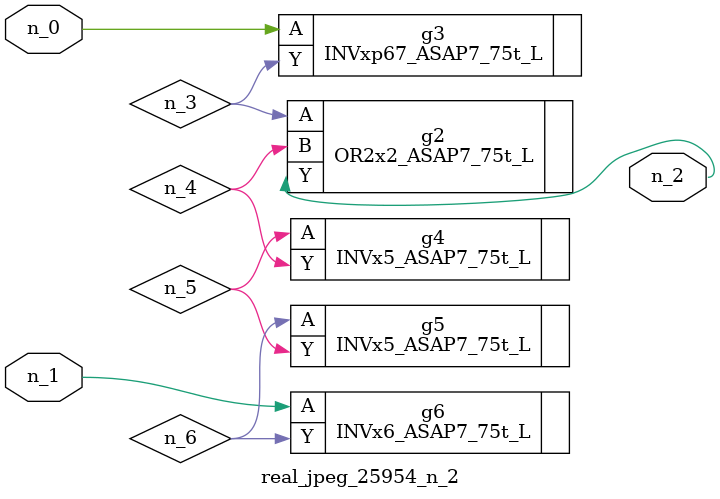
<source format=v>
module real_jpeg_25954_n_2 (n_1, n_0, n_2);

input n_1;
input n_0;

output n_2;

wire n_5;
wire n_4;
wire n_6;
wire n_3;

INVxp67_ASAP7_75t_L g3 ( 
.A(n_0),
.Y(n_3)
);

INVx6_ASAP7_75t_L g6 ( 
.A(n_1),
.Y(n_6)
);

OR2x2_ASAP7_75t_L g2 ( 
.A(n_3),
.B(n_4),
.Y(n_2)
);

INVx5_ASAP7_75t_L g4 ( 
.A(n_5),
.Y(n_4)
);

INVx5_ASAP7_75t_L g5 ( 
.A(n_6),
.Y(n_5)
);


endmodule
</source>
